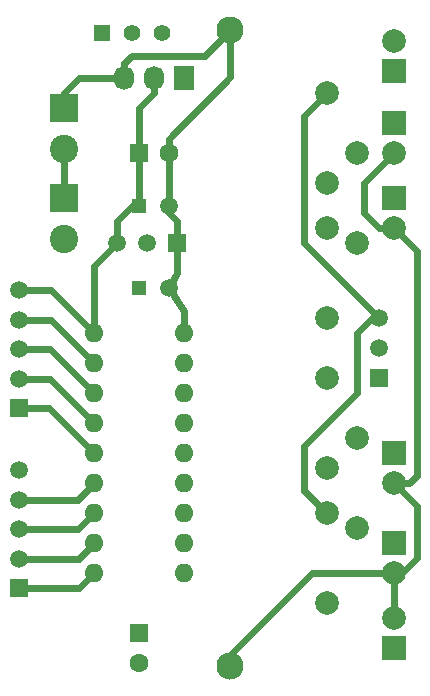
<source format=gbl>
G04 #@! TF.FileFunction,Copper,L2,Bot,Signal*
%FSLAX46Y46*%
G04 Gerber Fmt 4.6, Leading zero omitted, Abs format (unit mm)*
G04 Created by KiCad (PCBNEW 4.0.7) date 08/30/19 18:56:12*
%MOMM*%
%LPD*%
G01*
G04 APERTURE LIST*
%ADD10C,0.100000*%
%ADD11C,2.000000*%
%ADD12R,2.000000X2.000000*%
%ADD13R,1.397000X1.397000*%
%ADD14C,1.397000*%
%ADD15R,1.600000X1.600000*%
%ADD16C,1.600000*%
%ADD17R,1.300000X1.300000*%
%ADD18C,1.500000*%
%ADD19O,1.600000X1.600000*%
%ADD20R,1.727200X2.032000*%
%ADD21O,1.727200X2.032000*%
%ADD22C,2.400000*%
%ADD23R,2.400000X2.400000*%
%ADD24C,1.520000*%
%ADD25R,1.520000X1.520000*%
%ADD26R,1.500000X1.500000*%
%ADD27C,2.300000*%
%ADD28C,0.609600*%
G04 APERTURE END LIST*
D10*
D11*
X156210000Y-111760000D03*
D12*
X156210000Y-114300000D03*
D11*
X156210000Y-62865000D03*
D12*
X156210000Y-65405000D03*
D11*
X156210000Y-72390000D03*
D12*
X156210000Y-69850000D03*
D13*
X131445000Y-62230000D03*
D14*
X133985000Y-62230000D03*
X136525000Y-62230000D03*
D11*
X156210000Y-100330000D03*
D12*
X156210000Y-97790000D03*
D15*
X134620000Y-72390000D03*
D16*
X137120000Y-72390000D03*
D17*
X134620000Y-76835000D03*
D18*
X137120000Y-76835000D03*
D19*
X138430000Y-107950000D03*
X138430000Y-105410000D03*
X138430000Y-102870000D03*
X138430000Y-100330000D03*
X138430000Y-97790000D03*
X138430000Y-95250000D03*
X138430000Y-92710000D03*
X138430000Y-90170000D03*
X138430000Y-87630000D03*
X130810000Y-87630000D03*
X130810000Y-90170000D03*
X130810000Y-92710000D03*
X130810000Y-95250000D03*
X130810000Y-97790000D03*
X130810000Y-100330000D03*
X130810000Y-102870000D03*
X130810000Y-105410000D03*
X130810000Y-107950000D03*
D16*
X134620000Y-115530000D03*
D15*
X134620000Y-113030000D03*
D20*
X138430000Y-66040000D03*
D21*
X135890000Y-66040000D03*
X133350000Y-66040000D03*
D22*
X128270000Y-72080000D03*
D23*
X128270000Y-68580000D03*
D22*
X128270000Y-79700000D03*
D23*
X128270000Y-76200000D03*
D11*
X156210000Y-78740000D03*
D12*
X156210000Y-76200000D03*
D17*
X134620000Y-83820000D03*
D18*
X137120000Y-83820000D03*
D11*
X156210000Y-107950000D03*
D12*
X156210000Y-105410000D03*
D24*
X135255000Y-80010000D03*
X132715000Y-80010000D03*
D25*
X137795000Y-80010000D03*
D26*
X124460000Y-109220000D03*
D18*
X124460000Y-106720000D03*
X124460000Y-104220000D03*
X124460000Y-101720000D03*
X124460000Y-99220000D03*
D26*
X124460000Y-93980000D03*
D18*
X124460000Y-91480000D03*
X124460000Y-88980000D03*
X124460000Y-86480000D03*
X124460000Y-83980000D03*
D24*
X154940000Y-88900000D03*
X154940000Y-86360000D03*
D25*
X154940000Y-91440000D03*
D11*
X150495000Y-102870000D03*
X150495000Y-110490000D03*
X150495000Y-67310000D03*
X150495000Y-74930000D03*
X153035000Y-80010000D03*
X153035000Y-72390000D03*
X150495000Y-99060000D03*
X150495000Y-91440000D03*
X150495000Y-86360000D03*
X150495000Y-78740000D03*
X153035000Y-96520000D03*
X153035000Y-104140000D03*
D27*
X142310000Y-62000000D03*
X142310000Y-115800000D03*
D28*
X138430000Y-87630000D02*
X138430000Y-85765000D01*
X138430000Y-85765000D02*
X137120000Y-83820000D01*
X142310000Y-115800000D02*
X142310000Y-114865000D01*
X142310000Y-114865000D02*
X149225000Y-107950000D01*
X149225000Y-107950000D02*
X156210000Y-107950000D01*
X156210000Y-111760000D02*
X156210000Y-107950000D01*
X137120000Y-72390000D02*
X137120000Y-71160000D01*
X142310000Y-65970000D02*
X142310000Y-62000000D01*
X137120000Y-71160000D02*
X142310000Y-65970000D01*
X156210000Y-100330000D02*
X157480000Y-100330000D01*
X158115000Y-80645000D02*
X156210000Y-78740000D01*
X158115000Y-99695000D02*
X158115000Y-80645000D01*
X157480000Y-100330000D02*
X158115000Y-99695000D01*
X137120000Y-76835000D02*
X137120000Y-77430000D01*
X137120000Y-77430000D02*
X137795000Y-78105000D01*
X137795000Y-78105000D02*
X137795000Y-80010000D01*
X137120000Y-72390000D02*
X137120000Y-76835000D01*
X137795000Y-80010000D02*
X137795000Y-82510000D01*
X137795000Y-82510000D02*
X137120000Y-83820000D01*
X133350000Y-66040000D02*
X133350000Y-64770000D01*
X140175000Y-64135000D02*
X142310000Y-62000000D01*
X133985000Y-64135000D02*
X140175000Y-64135000D01*
X133350000Y-64770000D02*
X133985000Y-64135000D01*
X128270000Y-68580000D02*
X128270000Y-67310000D01*
X129540000Y-66040000D02*
X133350000Y-66040000D01*
X128270000Y-67310000D02*
X129540000Y-66040000D01*
X156210000Y-107950000D02*
X156845000Y-107950000D01*
X156845000Y-107950000D02*
X158115000Y-106680000D01*
X158115000Y-102235000D02*
X156210000Y-100330000D01*
X158115000Y-106680000D02*
X158115000Y-102235000D01*
X156210000Y-72390000D02*
X155575000Y-72390000D01*
X156210000Y-78740000D02*
X154940000Y-78740000D01*
X154940000Y-78740000D02*
X153670000Y-77470000D01*
X153670000Y-77470000D02*
X153670000Y-74930000D01*
X153670000Y-74930000D02*
X156210000Y-72390000D01*
X124460000Y-106720000D02*
X129500000Y-106720000D01*
X129500000Y-106720000D02*
X130810000Y-105410000D01*
X124460000Y-109220000D02*
X129540000Y-109220000D01*
X129540000Y-109220000D02*
X130810000Y-107950000D01*
X124460000Y-91480000D02*
X127040000Y-91480000D01*
X127040000Y-91480000D02*
X130810000Y-95250000D01*
X124500000Y-91440000D02*
X124460000Y-91480000D01*
X124460000Y-93980000D02*
X127000000Y-93980000D01*
X127000000Y-93980000D02*
X130810000Y-97790000D01*
X128270000Y-76200000D02*
X128270000Y-72080000D01*
X124460000Y-104220000D02*
X129460000Y-104220000D01*
X129460000Y-104220000D02*
X130810000Y-102870000D01*
X124460000Y-101720000D02*
X129420000Y-101720000D01*
X129420000Y-101720000D02*
X130810000Y-100330000D01*
X124460000Y-101720000D02*
X124975000Y-101720000D01*
X124460000Y-88980000D02*
X127080000Y-88980000D01*
X127080000Y-88980000D02*
X130810000Y-92710000D01*
X124460000Y-86480000D02*
X127120000Y-86480000D01*
X127120000Y-86480000D02*
X130810000Y-90170000D01*
X124580000Y-86360000D02*
X124460000Y-86480000D01*
X154940000Y-86360000D02*
X154305000Y-86360000D01*
X154305000Y-86360000D02*
X153035000Y-87630000D01*
X148590000Y-100965000D02*
X150495000Y-102870000D01*
X148590000Y-97155000D02*
X148590000Y-100965000D01*
X153035000Y-92710000D02*
X148590000Y-97155000D01*
X153035000Y-87630000D02*
X153035000Y-92710000D01*
X150495000Y-67310000D02*
X149225000Y-68580000D01*
X148590000Y-80010000D02*
X154940000Y-86360000D01*
X148590000Y-69215000D02*
X148590000Y-80010000D01*
X149225000Y-68580000D02*
X148590000Y-69215000D01*
X124460000Y-83980000D02*
X127160000Y-83980000D01*
X127160000Y-83980000D02*
X130810000Y-87630000D01*
X130810000Y-87630000D02*
X130810000Y-81915000D01*
X130810000Y-81915000D02*
X132715000Y-80010000D01*
X134620000Y-76835000D02*
X133985000Y-76835000D01*
X133985000Y-76835000D02*
X132715000Y-78105000D01*
X132715000Y-78105000D02*
X132715000Y-80010000D01*
X134620000Y-72390000D02*
X134620000Y-76835000D01*
X135890000Y-66040000D02*
X135890000Y-67310000D01*
X134620000Y-68580000D02*
X134620000Y-72390000D01*
X135890000Y-67310000D02*
X134620000Y-68580000D01*
M02*

</source>
